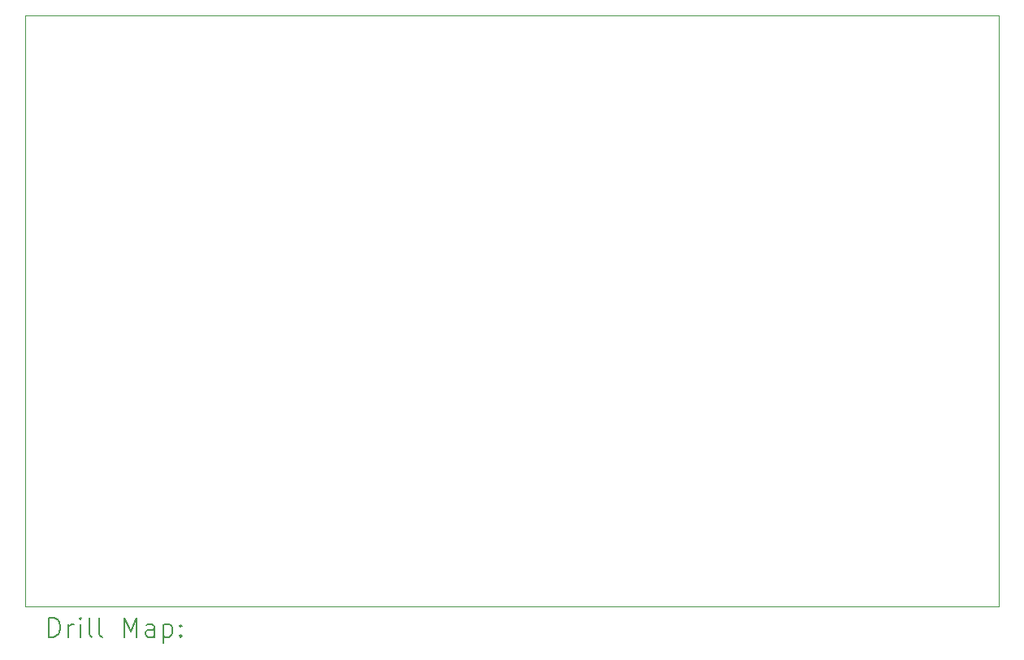
<source format=gbr>
%FSLAX45Y45*%
G04 Gerber Fmt 4.5, Leading zero omitted, Abs format (unit mm)*
G04 Created by KiCad (PCBNEW 6.0.1-79c1e3a40b~116~ubuntu21.04.1) date 2022-04-23 17:06:45*
%MOMM*%
%LPD*%
G01*
G04 APERTURE LIST*
%TA.AperFunction,Profile*%
%ADD10C,0.100000*%
%TD*%
%ADD11C,0.200000*%
G04 APERTURE END LIST*
D10*
X20025000Y-13037500D02*
X9875000Y-13037500D01*
X9875000Y-13037500D02*
X9875000Y-6875000D01*
X9875000Y-6875000D02*
X20025000Y-6875000D01*
X20025000Y-6875000D02*
X20025000Y-13037500D01*
D11*
X10127619Y-13352976D02*
X10127619Y-13152976D01*
X10175238Y-13152976D01*
X10203810Y-13162500D01*
X10222857Y-13181548D01*
X10232381Y-13200595D01*
X10241905Y-13238690D01*
X10241905Y-13267262D01*
X10232381Y-13305357D01*
X10222857Y-13324405D01*
X10203810Y-13343452D01*
X10175238Y-13352976D01*
X10127619Y-13352976D01*
X10327619Y-13352976D02*
X10327619Y-13219643D01*
X10327619Y-13257738D02*
X10337143Y-13238690D01*
X10346667Y-13229167D01*
X10365714Y-13219643D01*
X10384762Y-13219643D01*
X10451429Y-13352976D02*
X10451429Y-13219643D01*
X10451429Y-13152976D02*
X10441905Y-13162500D01*
X10451429Y-13172024D01*
X10460952Y-13162500D01*
X10451429Y-13152976D01*
X10451429Y-13172024D01*
X10575238Y-13352976D02*
X10556190Y-13343452D01*
X10546667Y-13324405D01*
X10546667Y-13152976D01*
X10680000Y-13352976D02*
X10660952Y-13343452D01*
X10651429Y-13324405D01*
X10651429Y-13152976D01*
X10908571Y-13352976D02*
X10908571Y-13152976D01*
X10975238Y-13295833D01*
X11041905Y-13152976D01*
X11041905Y-13352976D01*
X11222857Y-13352976D02*
X11222857Y-13248214D01*
X11213333Y-13229167D01*
X11194286Y-13219643D01*
X11156190Y-13219643D01*
X11137143Y-13229167D01*
X11222857Y-13343452D02*
X11203809Y-13352976D01*
X11156190Y-13352976D01*
X11137143Y-13343452D01*
X11127619Y-13324405D01*
X11127619Y-13305357D01*
X11137143Y-13286309D01*
X11156190Y-13276786D01*
X11203809Y-13276786D01*
X11222857Y-13267262D01*
X11318095Y-13219643D02*
X11318095Y-13419643D01*
X11318095Y-13229167D02*
X11337143Y-13219643D01*
X11375238Y-13219643D01*
X11394286Y-13229167D01*
X11403809Y-13238690D01*
X11413333Y-13257738D01*
X11413333Y-13314881D01*
X11403809Y-13333928D01*
X11394286Y-13343452D01*
X11375238Y-13352976D01*
X11337143Y-13352976D01*
X11318095Y-13343452D01*
X11499048Y-13333928D02*
X11508571Y-13343452D01*
X11499048Y-13352976D01*
X11489524Y-13343452D01*
X11499048Y-13333928D01*
X11499048Y-13352976D01*
X11499048Y-13229167D02*
X11508571Y-13238690D01*
X11499048Y-13248214D01*
X11489524Y-13238690D01*
X11499048Y-13229167D01*
X11499048Y-13248214D01*
M02*

</source>
